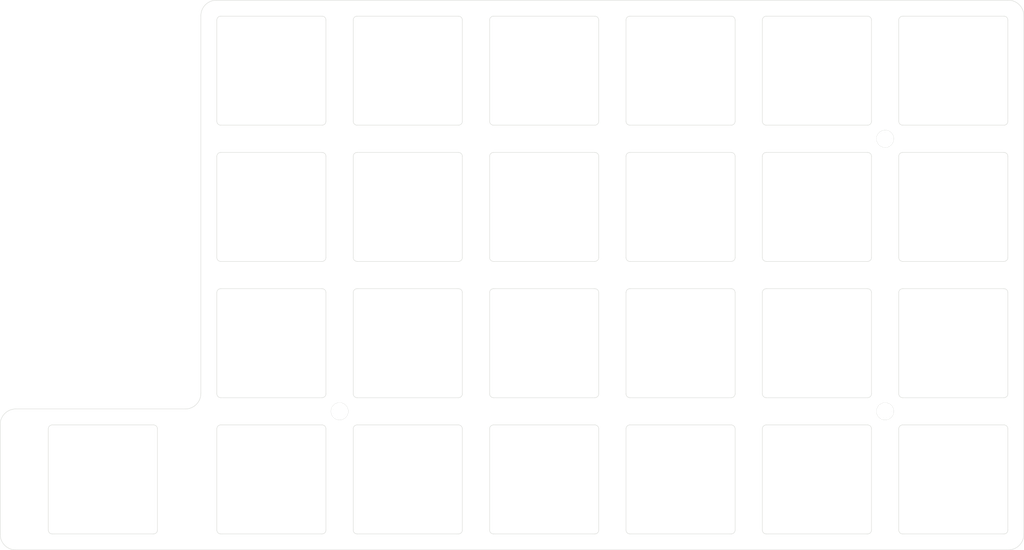
<source format=kicad_pcb>
(kicad_pcb (version 20240108) (generator "pcbnew") (generator_version "8.0")
  (layers (0 "F.Cu" signal) (31 "B.Cu" signal) (34 "B.Paste" user) (35 "F.Paste" user) (36 "B.SilkS" user "B.Silkscreen") (37 "F.SilkS" user "F.Silkscreen") (38 "B.Mask" user) (39 "F.Mask" user) (44 "Edge.Cuts" user))
  (net 0 "")
  (footprint "" (layer "F.Cu") (at 68.55 82.15)
    (property "Reference" "" (at 0 0 0) (layer "F.SilkS") (effects (font (size 1.27 1.27))))
    (property "Value" "")
    (pad "" np_thru_hole circle (at 0 0) (size 2.2 2.2) (drill 2.2) (layers "F&B.Cu" "*.Mask"))
  )
  (footprint "" (layer "F.Cu") (at 138.55 82.15)
    (property "Reference" "" (at 0 0 0) (layer "F.SilkS") (effects (font (size 1.27 1.27))))
    (property "Value" "")
    (pad "" np_thru_hole circle (at 0 0) (size 2.2 2.2) (drill 2.2) (layers "F&B.Cu" "*.Mask"))
  )
  (footprint "" (layer "F.Cu") (at 68.55 47.15)
    (property "Reference" "" (at 0 0 0) (layer "F.SilkS") (effects (font (size 1.27 1.27))))
    (property "Value" "")
    (pad "" np_thru_hole circle (at 0 0) (size 2.2 2.2) (drill 2.2) (layers "F&B.Cu" "*.Mask"))
  )
  (footprint "" (layer "F.Cu") (at 138.55 47.15)
    (property "Reference" "" (at 0 0 0) (layer "F.SilkS") (effects (font (size 1.27 1.27))))
    (property "Value" "")
    (pad "" np_thru_hole circle (at 0 0) (size 2.2 2.2) (drill 2.2) (layers "F&B.Cu" "*.Mask"))
  )
  (gr_line (start 84.3 31.9) (end 84.3 44.9) (stroke (width 0.05)) (layer "Edge.Cuts"))
  (gr_arc (start 52.8 49.4) (mid 52.946447 49.046447) (end 53.3 48.9) (stroke (width 0.05)) (layer "Edge.Cuts"))
  (gr_line (start 154.35 99.95) (end 27 99.95) (stroke (width 0.05)) (layer "Edge.Cuts"))
  (gr_arc (start 27 99.95) (mid 25.585786 99.364214) (end 25 97.95) (stroke (width 0.05)) (layer "Edge.Cuts"))
  (gr_arc (start 122.8 49.4) (mid 122.946447 49.046447) (end 123.3 48.9) (stroke (width 0.05)) (layer "Edge.Cuts"))
  (gr_line (start 119.3 84.4) (end 119.3 97.4) (stroke (width 0.05)) (layer "Edge.Cuts"))
  (gr_line (start 154.3 84.4) (end 154.3 97.4) (stroke (width 0.05)) (layer "Edge.Cuts"))
  (gr_arc (start 136.3 83.9) (mid 136.653553 84.046447) (end 136.8 84.4) (stroke (width 0.05)) (layer "Edge.Cuts"))
  (gr_circle (center 68.55 82.15) (end 69.65 82.15) (stroke (width 0.05)) (fill none) (layer "Edge.Cuts"))
  (gr_line (start 70.3 79.9) (end 70.3 66.9) (stroke (width 0.05)) (layer "Edge.Cuts"))
  (gr_arc (start 87.8 31.9) (mid 87.946447 31.546447) (end 88.3 31.4) (stroke (width 0.05)) (layer "Edge.Cuts"))
  (gr_line (start 105.3 97.4) (end 105.3 84.4) (stroke (width 0.05)) (layer "Edge.Cuts"))
  (gr_line (start 66.3 62.9) (end 53.3 62.9) (stroke (width 0.05)) (layer "Edge.Cuts"))
  (gr_line (start 153.8 97.9) (end 140.8 97.9) (stroke (width 0.05)) (layer "Edge.Cuts"))
  (gr_line (start 101.8 49.4) (end 101.8 62.4) (stroke (width 0.05)) (layer "Edge.Cuts"))
  (gr_arc (start 105.8 45.4) (mid 105.446447 45.253553) (end 105.3 44.9) (stroke (width 0.05)) (layer "Edge.Cuts"))
  (gr_line (start 83.8 45.4) (end 70.8 45.4) (stroke (width 0.05)) (layer "Edge.Cuts"))
  (gr_line (start 140.3 62.4) (end 140.3 49.4) (stroke (width 0.05)) (layer "Edge.Cuts"))
  (gr_line (start 136.8 66.9) (end 136.8 79.9) (stroke (width 0.05)) (layer "Edge.Cuts"))
  (gr_line (start 88.3 83.9) (end 101.3 83.9) (stroke (width 0.05)) (layer "Edge.Cuts"))
  (gr_line (start 136.8 49.4) (end 136.8 62.4) (stroke (width 0.05)) (layer "Edge.Cuts"))
  (gr_arc (start 140.8 45.4) (mid 140.446447 45.253553) (end 140.3 44.9) (stroke (width 0.05)) (layer "Edge.Cuts"))
  (gr_line (start 154.3 49.4) (end 154.3 62.4) (stroke (width 0.05)) (layer "Edge.Cuts"))
  (gr_arc (start 70.3 49.4) (mid 70.446447 49.046447) (end 70.8 48.9) (stroke (width 0.05)) (layer "Edge.Cuts"))
  (gr_line (start 105.8 48.9) (end 118.8 48.9) (stroke (width 0.05)) (layer "Edge.Cuts"))
  (gr_line (start 70.8 83.9) (end 83.8 83.9) (stroke (width 0.05)) (layer "Edge.Cuts"))
  (gr_line (start 66.8 66.9) (end 66.8 79.9) (stroke (width 0.05)) (layer "Edge.Cuts"))
  (gr_line (start 44.675 97.9) (end 31.675 97.9) (stroke (width 0.05)) (layer "Edge.Cuts"))
  (gr_line (start 52.75 29.35) (end 154.35 29.35) (stroke (width 0.05)) (layer "Edge.Cuts"))
  (gr_arc (start 88.3 80.4) (mid 87.946447 80.253553) (end 87.8 79.9) (stroke (width 0.05)) (layer "Edge.Cuts"))
  (gr_line (start 119.3 49.4) (end 119.3 62.4) (stroke (width 0.05)) (layer "Edge.Cuts"))
  (gr_arc (start 136.3 48.9) (mid 136.653553 49.046447) (end 136.8 49.4) (stroke (width 0.05)) (layer "Edge.Cuts"))
  (gr_arc (start 122.8 84.4) (mid 122.946447 84.046447) (end 123.3 83.9) (stroke (width 0.05)) (layer "Edge.Cuts"))
  (gr_line (start 70.8 66.4) (end 83.8 66.4) (stroke (width 0.05)) (layer "Edge.Cuts"))
  (gr_arc (start 70.3 84.4) (mid 70.446447 84.046447) (end 70.8 83.9) (stroke (width 0.05)) (layer "Edge.Cuts"))
  (gr_arc (start 156.35 97.95) (mid 155.764214 99.364214) (end 154.35 99.95) (stroke (width 0.05)) (layer "Edge.Cuts"))
  (gr_arc (start 70.3 66.9) (mid 70.446447 66.546447) (end 70.8 66.4) (stroke (width 0.05)) (layer "Edge.Cuts"))
  (gr_arc (start 140.8 97.9) (mid 140.446447 97.753553) (end 140.3 97.4) (stroke (width 0.05)) (layer "Edge.Cuts"))
  (gr_arc (start 52.8 31.9) (mid 52.946447 31.546447) (end 53.3 31.4) (stroke (width 0.05)) (layer "Edge.Cuts"))
  (gr_arc (start 154.35 29.35) (mid 155.764214 29.935786) (end 156.35 31.35) (stroke (width 0.05)) (layer "Edge.Cuts"))
  (gr_line (start 25 97.95) (end 25 83.85) (stroke (width 0.05)) (layer "Edge.Cuts"))
  (gr_line (start 52.8 62.4) (end 52.8 49.4) (stroke (width 0.05)) (layer "Edge.Cuts"))
  (gr_line (start 53.3 66.4) (end 66.3 66.4) (stroke (width 0.05)) (layer "Edge.Cuts"))
  (gr_arc (start 101.8 44.9) (mid 101.653553 45.253553) (end 101.3 45.4) (stroke (width 0.05)) (layer "Edge.Cuts"))
  (gr_line (start 101.3 97.9) (end 88.3 97.9) (stroke (width 0.05)) (layer "Edge.Cuts"))
  (gr_line (start 122.8 62.4) (end 122.8 49.4) (stroke (width 0.05)) (layer "Edge.Cuts"))
  (gr_arc (start 105.3 49.4) (mid 105.446447 49.046447) (end 105.8 48.9) (stroke (width 0.05)) (layer "Edge.Cuts"))
  (gr_arc (start 105.8 62.9) (mid 105.446447 62.753553) (end 105.3 62.4) (stroke (width 0.05)) (layer "Edge.Cuts"))
  (gr_line (start 105.8 31.4) (end 118.8 31.4) (stroke (width 0.05)) (layer "Edge.Cuts"))
  (gr_arc (start 88.3 97.9) (mid 87.946447 97.753553) (end 87.8 97.4) (stroke (width 0.05)) (layer "Edge.Cuts"))
  (gr_arc (start 118.8 31.4) (mid 119.153553 31.546447) (end 119.3 31.9) (stroke (width 0.05)) (layer "Edge.Cuts"))
  (gr_arc (start 87.8 84.4) (mid 87.946447 84.046447) (end 88.3 83.9) (stroke (width 0.05)) (layer "Edge.Cuts"))
  (gr_arc (start 101.3 83.9) (mid 101.653553 84.046447) (end 101.8 84.4) (stroke (width 0.05)) (layer "Edge.Cuts"))
  (gr_line (start 123.3 66.4) (end 136.3 66.4) (stroke (width 0.05)) (layer "Edge.Cuts"))
  (gr_arc (start 119.3 97.4) (mid 119.153553 97.753553) (end 118.8 97.9) (stroke (width 0.05)) (layer "Edge.Cuts"))
  (gr_arc (start 83.8 66.4) (mid 84.153553 66.546447) (end 84.3 66.9) (stroke (width 0.05)) (layer "Edge.Cuts"))
  (gr_line (start 52.8 97.4) (end 52.8 84.4) (stroke (width 0.05)) (layer "Edge.Cuts"))
  (gr_arc (start 153.8 66.4) (mid 154.153553 66.546447) (end 154.3 66.9) (stroke (width 0.05)) (layer "Edge.Cuts"))
  (gr_line (start 70.3 44.9) (end 70.3 31.9) (stroke (width 0.05)) (layer "Edge.Cuts"))
  (gr_arc (start 87.8 49.4) (mid 87.946447 49.046447) (end 88.3 48.9) (stroke (width 0.05)) (layer "Edge.Cuts"))
  (gr_arc (start 70.3 31.9) (mid 70.446447 31.546447) (end 70.8 31.4) (stroke (width 0.05)) (layer "Edge.Cuts"))
  (gr_line (start 136.3 45.4) (end 123.3 45.4) (stroke (width 0.05)) (layer "Edge.Cuts"))
  (gr_line (start 140.8 66.4) (end 153.8 66.4) (stroke (width 0.05)) (layer "Edge.Cuts"))
  (gr_line (start 84.3 49.4) (end 84.3 62.4) (stroke (width 0.05)) (layer "Edge.Cuts"))
  (gr_line (start 118.8 62.9) (end 105.8 62.9) (stroke (width 0.05)) (layer "Edge.Cuts"))
  (gr_line (start 154.3 31.9) (end 154.3 44.9) (stroke (width 0.05)) (layer "Edge.Cuts"))
  (gr_line (start 140.3 44.9) (end 140.3 31.9) (stroke (width 0.05)) (layer "Edge.Cuts"))
  (gr_arc (start 84.3 79.9) (mid 84.153553 80.253553) (end 83.8 80.4) (stroke (width 0.05)) (layer "Edge.Cuts"))
  (gr_line (start 122.8 44.9) (end 122.8 31.9) (stroke (width 0.05)) (layer "Edge.Cuts"))
  (gr_line (start 119.3 66.9) (end 119.3 79.9) (stroke (width 0.05)) (layer "Edge.Cuts"))
  (gr_line (start 105.3 79.9) (end 105.3 66.9) (stroke (width 0.05)) (layer "Edge.Cuts"))
  (gr_line (start 118.8 97.9) (end 105.8 97.9) (stroke (width 0.05)) (layer "Edge.Cuts"))
  (gr_arc (start 154.3 44.9) (mid 154.153553 45.253553) (end 153.8 45.4) (stroke (width 0.05)) (layer "Edge.Cuts"))
  (gr_arc (start 105.3 66.9) (mid 105.446447 66.546447) (end 105.8 66.4) (stroke (width 0.05)) (layer "Edge.Cuts"))
  (gr_arc (start 66.8 62.4) (mid 66.653553 62.753553) (end 66.3 62.9) (stroke (width 0.05)) (layer "Edge.Cuts"))
  (gr_arc (start 118.8 48.9) (mid 119.153553 49.046447) (end 119.3 49.4) (stroke (width 0.05)) (layer "Edge.Cuts"))
  (gr_arc (start 140.8 62.9) (mid 140.446447 62.753553) (end 140.3 62.4) (stroke (width 0.05)) (layer "Edge.Cuts"))
  (gr_line (start 154.3 66.9) (end 154.3 79.9) (stroke (width 0.05)) (layer "Edge.Cuts"))
  (gr_line (start 50.75 79.85) (end 50.75 31.35) (stroke (width 0.05)) (layer "Edge.Cuts"))
  (gr_arc (start 84.3 62.4) (mid 84.153553 62.753553) (end 83.8 62.9) (stroke (width 0.05)) (layer "Edge.Cuts"))
  (gr_arc (start 140.3 31.9) (mid 140.446447 31.546447) (end 140.8 31.4) (stroke (width 0.05)) (layer "Edge.Cuts"))
  (gr_arc (start 52.8 66.9) (mid 52.946447 66.546447) (end 53.3 66.4) (stroke (width 0.05)) (layer "Edge.Cuts"))
  (gr_line (start 105.3 62.4) (end 105.3 49.4) (stroke (width 0.05)) (layer "Edge.Cuts"))
  (gr_arc (start 84.3 97.4) (mid 84.153553 97.753553) (end 83.8 97.9) (stroke (width 0.05)) (layer "Edge.Cuts"))
  (gr_arc (start 105.8 97.9) (mid 105.446447 97.753553) (end 105.3 97.4) (stroke (width 0.05)) (layer "Edge.Cuts"))
  (gr_arc (start 105.3 31.9) (mid 105.446447 31.546447) (end 105.8 31.4) (stroke (width 0.05)) (layer "Edge.Cuts"))
  (gr_line (start 31.675 83.9) (end 44.675 83.9) (stroke (width 0.05)) (layer "Edge.Cuts"))
  (gr_line (start 66.3 45.4) (end 53.3 45.4) (stroke (width 0.05)) (layer "Edge.Cuts"))
  (gr_circle (center 138.55 47.15) (end 139.65 47.15) (stroke (width 0.05)) (fill none) (layer "Edge.Cuts"))
  (gr_arc (start 101.8 97.4) (mid 101.653553 97.753553) (end 101.3 97.9) (stroke (width 0.05)) (layer "Edge.Cuts"))
  (gr_line (start 136.8 84.4) (end 136.8 97.4) (stroke (width 0.05)) (layer "Edge.Cuts"))
  (gr_line (start 87.8 44.9) (end 87.8 31.9) (stroke (width 0.05)) (layer "Edge.Cuts"))
  (gr_line (start 88.3 48.9) (end 101.3 48.9) (stroke (width 0.05)) (layer "Edge.Cuts"))
  (gr_arc (start 123.3 80.4) (mid 122.946447 80.253553) (end 122.8 79.9) (stroke (width 0.05)) (layer "Edge.Cuts"))
  (gr_arc (start 88.3 62.9) (mid 87.946447 62.753553) (end 87.8 62.4) (stroke (width 0.05)) (layer "Edge.Cuts"))
  (gr_arc (start 87.8 66.9) (mid 87.946447 66.546447) (end 88.3 66.4) (stroke (width 0.05)) (layer "Edge.Cuts"))
  (gr_line (start 140.8 31.4) (end 153.8 31.4) (stroke (width 0.05)) (layer "Edge.Cuts"))
  (gr_line (start 45.175 84.4) (end 45.175 97.4) (stroke (width 0.05)) (layer "Edge.Cuts"))
  (gr_line (start 153.8 45.4) (end 140.8 45.4) (stroke (width 0.05)) (layer "Edge.Cuts"))
  (gr_arc (start 118.8 66.4) (mid 119.153553 66.546447) (end 119.3 66.9) (stroke (width 0.05)) (layer "Edge.Cuts"))
  (gr_line (start 136.3 97.9) (end 123.3 97.9) (stroke (width 0.05)) (layer "Edge.Cuts"))
  (gr_line (start 122.8 79.9) (end 122.8 66.9) (stroke (width 0.05)) (layer "Edge.Cuts"))
  (gr_line (start 136.3 62.9) (end 123.3 62.9) (stroke (width 0.05)) (layer "Edge.Cuts"))
  (gr_arc (start 83.8 83.9) (mid 84.153553 84.046447) (end 84.3 84.4) (stroke (width 0.05)) (layer "Edge.Cuts"))
  (gr_line (start 153.8 80.4) (end 140.8 80.4) (stroke (width 0.05)) (layer "Edge.Cuts"))
  (gr_line (start 66.3 97.9) (end 53.3 97.9) (stroke (width 0.05)) (layer "Edge.Cuts"))
  (gr_line (start 122.8 97.4) (end 122.8 84.4) (stroke (width 0.05)) (layer "Edge.Cuts"))
  (gr_arc (start 83.8 31.4) (mid 84.153553 31.546447) (end 84.3 31.9) (stroke (width 0.05)) (layer "Edge.Cuts"))
  (gr_arc (start 53.3 62.9) (mid 52.946447 62.753553) (end 52.8 62.4) (stroke (width 0.05)) (layer "Edge.Cuts"))
  (gr_arc (start 136.8 62.4) (mid 136.653553 62.753553) (end 136.3 62.9) (stroke (width 0.05)) (layer "Edge.Cuts"))
  (gr_arc (start 154.3 97.4) (mid 154.153553 97.753553) (end 153.8 97.9) (stroke (width 0.05)) (layer "Edge.Cuts"))
  (gr_arc (start 140.3 49.4) (mid 140.446447 49.046447) (end 140.8 48.9) (stroke (width 0.05)) (layer "Edge.Cuts"))
  (gr_arc (start 140.3 66.9) (mid 140.446447 66.546447) (end 140.8 66.4) (stroke (width 0.05)) (layer "Edge.Cuts"))
  (gr_arc (start 70.8 45.4) (mid 70.446447 45.253553) (end 70.3 44.9) (stroke (width 0.05)) (layer "Edge.Cuts"))
  (gr_line (start 105.3 44.9) (end 105.3 31.9) (stroke (width 0.05)) (layer "Edge.Cuts"))
  (gr_arc (start 140.3 84.4) (mid 140.446447 84.046447) (end 140.8 83.9) (stroke (width 0.05)) (layer "Edge.Cuts"))
  (gr_arc (start 123.3 45.4) (mid 122.946447 45.253553) (end 122.8 44.9) (stroke (width 0.05)) (layer "Edge.Cuts"))
  (gr_arc (start 45.175 97.4) (mid 45.028553 97.753553) (end 44.675 97.9) (stroke (width 0.05)) (layer "Edge.Cuts"))
  (gr_line (start 52.8 79.9) (end 52.8 66.9) (stroke (width 0.05)) (layer "Edge.Cuts"))
  (gr_arc (start 52.8 84.4) (mid 52.946447 84.046447) (end 53.3 83.9) (stroke (width 0.05)) (layer "Edge.Cuts"))
  (gr_line (start 123.3 48.9) (end 136.3 48.9) (stroke (width 0.05)) (layer "Edge.Cuts"))
  (gr_arc (start 153.8 31.4) (mid 154.153553 31.546447) (end 154.3 31.9) (stroke (width 0.05)) (layer "Edge.Cuts"))
  (gr_arc (start 136.3 66.4) (mid 136.653553 66.546447) (end 136.8 66.9) (stroke (width 0.05)) (layer "Edge.Cuts"))
  (gr_arc (start 136.8 44.9) (mid 136.653553 45.253553) (end 136.3 45.4) (stroke (width 0.05)) (layer "Edge.Cuts"))
  (gr_arc (start 50.75 79.85) (mid 50.164214 81.264214) (end 48.75 81.85) (stroke (width 0.05)) (layer "Edge.Cuts"))
  (gr_line (start 101.8 31.9) (end 101.8 44.9) (stroke (width 0.05)) (layer "Edge.Cuts"))
  (gr_line (start 101.3 80.4) (end 88.3 80.4) (stroke (width 0.05)) (layer "Edge.Cuts"))
  (gr_arc (start 66.3 66.4) (mid 66.653553 66.546447) (end 66.8 66.9) (stroke (width 0.05)) (layer "Edge.Cuts"))
  (gr_arc (start 136.8 79.9) (mid 136.653553 80.253553) (end 136.3 80.4) (stroke (width 0.05)) (layer "Edge.Cuts"))
  (gr_line (start 66.8 84.4) (end 66.8 97.4) (stroke (width 0.05)) (layer "Edge.Cuts"))
  (gr_arc (start 66.3 48.9) (mid 66.653553 49.046447) (end 66.8 49.4) (stroke (width 0.05)) (layer "Edge.Cuts"))
  (gr_arc (start 70.8 62.9) (mid 70.446447 62.753553) (end 70.3 62.4) (stroke (width 0.05)) (layer "Edge.Cuts"))
  (gr_line (start 153.8 62.9) (end 140.8 62.9) (stroke (width 0.05)) (layer "Edge.Cuts"))
  (gr_arc (start 119.3 44.9) (mid 119.153553 45.253553) (end 118.8 45.4) (stroke (width 0.05)) (layer "Edge.Cuts"))
  (gr_arc (start 31.175 84.4) (mid 31.321447 84.046447) (end 31.675 83.9) (stroke (width 0.05)) (layer "Edge.Cuts"))
  (gr_arc (start 105.8 80.4) (mid 105.446447 80.253553) (end 105.3 79.9) (stroke (width 0.05)) (layer "Edge.Cuts"))
  (gr_line (start 70.8 48.9) (end 83.8 48.9) (stroke (width 0.05)) (layer "Edge.Cuts"))
  (gr_line (start 83.8 97.9) (end 70.8 97.9) (stroke (width 0.05)) (layer "Edge.Cuts"))
  (gr_arc (start 101.3 48.9) (mid 101.653553 49.046447) (end 101.8 49.4) (stroke (width 0.05)) (layer "Edge.Cuts"))
  (gr_line (start 84.3 66.9) (end 84.3 79.9) (stroke (width 0.05)) (layer "Edge.Cuts"))
  (gr_line (start 66.3 80.4) (end 53.3 80.4) (stroke (width 0.05)) (layer "Edge.Cuts"))
  (gr_arc (start 53.3 97.9) (mid 52.946447 97.753553) (end 52.8 97.4) (stroke (width 0.05)) (layer "Edge.Cuts"))
  (gr_line (start 87.8 97.4) (end 87.8 84.4) (stroke (width 0.05)) (layer "Edge.Cuts"))
  (gr_arc (start 122.8 31.9) (mid 122.946447 31.546447) (end 123.3 31.4) (stroke (width 0.05)) (layer "Edge.Cuts"))
  (gr_line (start 136.3 80.4) (end 123.3 80.4) (stroke (width 0.05)) (layer "Edge.Cuts"))
  (gr_arc (start 31.675 97.9) (mid 31.321447 97.753553) (end 31.175 97.4) (stroke (width 0.05)) (layer "Edge.Cuts"))
  (gr_line (start 140.3 79.9) (end 140.3 66.9) (stroke (width 0.05)) (layer "Edge.Cuts"))
  (gr_arc (start 136.8 97.4) (mid 136.653553 97.753553) (end 136.3 97.9) (stroke (width 0.05)) (layer "Edge.Cuts"))
  (gr_arc (start 50.75 31.35) (mid 51.335786 29.935786) (end 52.75 29.35) (stroke (width 0.05)) (layer "Edge.Cuts"))
  (gr_arc (start 119.3 62.4) (mid 119.153553 62.753553) (end 118.8 62.9) (stroke (width 0.05)) (layer "Edge.Cuts"))
  (gr_arc (start 25 83.85) (mid 25.585786 82.435786) (end 27 81.85) (stroke (width 0.05)) (layer "Edge.Cuts"))
  (gr_line (start 105.8 83.9) (end 118.8 83.9) (stroke (width 0.05)) (layer "Edge.Cuts"))
  (gr_arc (start 66.8 79.9) (mid 66.653553 80.253553) (end 66.3 80.4) (stroke (width 0.05)) (layer "Edge.Cuts"))
  (gr_line (start 140.8 83.9) (end 153.8 83.9) (stroke (width 0.05)) (layer "Edge.Cuts"))
  (gr_line (start 101.8 84.4) (end 101.8 97.4) (stroke (width 0.05)) (layer "Edge.Cuts"))
  (gr_line (start 27 81.85) (end 48.75 81.85) (stroke (width 0.05)) (layer "Edge.Cuts"))
  (gr_line (start 53.3 83.9) (end 66.3 83.9) (stroke (width 0.05)) (layer "Edge.Cuts"))
  (gr_arc (start 70.8 80.4) (mid 70.446447 80.253553) (end 70.3 79.9) (stroke (width 0.05)) (layer "Edge.Cuts"))
  (gr_line (start 87.8 79.9) (end 87.8 66.9) (stroke (width 0.05)) (layer "Edge.Cuts"))
  (gr_circle (center 138.55 82.15) (end 139.65 82.15) (stroke (width 0.05)) (fill none) (layer "Edge.Cuts"))
  (gr_arc (start 154.3 79.9) (mid 154.153553 80.253553) (end 153.8 80.4) (stroke (width 0.05)) (layer "Edge.Cuts"))
  (gr_arc (start 119.3 79.9) (mid 119.153553 80.253553) (end 118.8 80.4) (stroke (width 0.05)) (layer "Edge.Cuts"))
  (gr_line (start 53.3 48.9) (end 66.3 48.9) (stroke (width 0.05)) (layer "Edge.Cuts"))
  (gr_arc (start 66.8 44.9) (mid 66.653553 45.253553) (end 66.3 45.4) (stroke (width 0.05)) (layer "Edge.Cuts"))
  (gr_line (start 105.8 66.4) (end 118.8 66.4) (stroke (width 0.05)) (layer "Edge.Cuts"))
  (gr_line (start 31.175 97.4) (end 31.175 84.4) (stroke (width 0.05)) (layer "Edge.Cuts"))
  (gr_line (start 156.35 31.35) (end 156.35 97.95) (stroke (width 0.05)) (layer "Edge.Cuts"))
  (gr_line (start 87.8 62.4) (end 87.8 49.4) (stroke (width 0.05)) (layer "Edge.Cuts"))
  (gr_arc (start 154.3 62.4) (mid 154.153553 62.753553) (end 153.8 62.9) (stroke (width 0.05)) (layer "Edge.Cuts"))
  (gr_arc (start 123.3 97.9) (mid 122.946447 97.753553) (end 122.8 97.4) (stroke (width 0.05)) (layer "Edge.Cuts"))
  (gr_line (start 88.3 31.4) (end 101.3 31.4) (stroke (width 0.05)) (layer "Edge.Cuts"))
  (gr_arc (start 44.675 83.9) (mid 45.028553 84.046447) (end 45.175 84.4) (stroke (width 0.05)) (layer "Edge.Cuts"))
  (gr_line (start 123.3 83.9) (end 136.3 83.9) (stroke (width 0.05)) (layer "Edge.Cuts"))
  (gr_line (start 118.8 80.4) (end 105.8 80.4) (stroke (width 0.05)) (layer "Edge.Cuts"))
  (gr_line (start 84.3 84.4) (end 84.3 97.4) (stroke (width 0.05)) (layer "Edge.Cuts"))
  (gr_arc (start 66.8 97.4) (mid 66.653553 97.753553) (end 66.3 97.9) (stroke (width 0.05)) (layer "Edge.Cuts"))
  (gr_arc (start 53.3 45.4) (mid 52.946447 45.253553) (end 52.8 44.9) (stroke (width 0.05)) (layer "Edge.Cuts"))
  (gr_line (start 83.8 80.4) (end 70.8 80.4) (stroke (width 0.05)) (layer "Edge.Cuts"))
  (gr_line (start 88.3 66.4) (end 101.3 66.4) (stroke (width 0.05)) (layer "Edge.Cuts"))
  (gr_arc (start 101.8 62.4) (mid 101.653553 62.753553) (end 101.3 62.9) (stroke (width 0.05)) (layer "Edge.Cuts"))
  (gr_line (start 83.8 62.9) (end 70.8 62.9) (stroke (width 0.05)) (layer "Edge.Cuts"))
  (gr_arc (start 118.8 83.9) (mid 119.153553 84.046447) (end 119.3 84.4) (stroke (width 0.05)) (layer "Edge.Cuts"))
  (gr_arc (start 105.3 84.4) (mid 105.446447 84.046447) (end 105.8 83.9) (stroke (width 0.05)) (layer "Edge.Cuts"))
  (gr_line (start 66.8 49.4) (end 66.8 62.4) (stroke (width 0.05)) (layer "Edge.Cuts"))
  (gr_arc (start 53.3 80.4) (mid 52.946447 80.253553) (end 52.8 79.9) (stroke (width 0.05)) (layer "Edge.Cuts"))
  (gr_arc (start 66.3 31.4) (mid 66.653553 31.546447) (end 66.8 31.9) (stroke (width 0.05)) (layer "Edge.Cuts"))
  (gr_arc (start 70.8 97.9) (mid 70.446447 97.753553) (end 70.3 97.4) (stroke (width 0.05)) (layer "Edge.Cuts"))
  (gr_line (start 70.3 97.4) (end 70.3 84.4) (stroke (width 0.05)) (layer "Edge.Cuts"))
  (gr_line (start 53.3 31.4) (end 66.3 31.4) (stroke (width 0.05)) (layer "Edge.Cuts"))
  (gr_arc (start 153.8 83.9) (mid 154.153553 84.046447) (end 154.3 84.4) (stroke (width 0.05)) (layer "Edge.Cuts"))
  (gr_line (start 118.8 45.4) (end 105.8 45.4) (stroke (width 0.05)) (layer "Edge.Cuts"))
  (gr_line (start 140.3 97.4) (end 140.3 84.4) (stroke (width 0.05)) (layer "Edge.Cuts"))
  (gr_arc (start 88.3 45.4) (mid 87.946447 45.253553) (end 87.8 44.9) (stroke (width 0.05)) (layer "Edge.Cuts"))
  (gr_line (start 123.3 31.4) (end 136.3 31.4) (stroke (width 0.05)) (layer "Edge.Cuts"))
  (gr_line (start 52.8 44.9) (end 52.8 31.9) (stroke (width 0.05)) (layer "Edge.Cuts"))
  (gr_arc (start 153.8 48.9) (mid 154.153553 49.046447) (end 154.3 49.4) (stroke (width 0.05)) (layer "Edge.Cuts"))
  (gr_arc (start 66.3 83.9) (mid 66.653553 84.046447) (end 66.8 84.4) (stroke (width 0.05)) (layer "Edge.Cuts"))
  (gr_line (start 66.8 31.9) (end 66.8 44.9) (stroke (width 0.05)) (layer "Edge.Cuts"))
  (gr_line (start 70.3 62.4) (end 70.3 49.4) (stroke (width 0.05)) (layer "Edge.Cuts"))
  (gr_line (start 70.8 31.4) (end 83.8 31.4) (stroke (width 0.05)) (layer "Edge.Cuts"))
  (gr_arc (start 84.3 44.9) (mid 84.153553 45.253553) (end 83.8 45.4) (stroke (width 0.05)) (layer "Edge.Cuts"))
  (gr_line (start 140.8 48.9) (end 153.8 48.9) (stroke (width 0.05)) (layer "Edge.Cuts"))
  (gr_arc (start 136.3 31.4) (mid 136.653553 31.546447) (end 136.8 31.9) (stroke (width 0.05)) (layer "Edge.Cuts"))
  (gr_arc (start 140.8 80.4) (mid 140.446447 80.253553) (end 140.3 79.9) (stroke (width 0.05)) (layer "Edge.Cuts"))
  (gr_line (start 136.8 31.9) (end 136.8 44.9) (stroke (width 0.05)) (layer "Edge.Cuts"))
  (gr_arc (start 101.3 31.4) (mid 101.653553 31.546447) (end 101.8 31.9) (stroke (width 0.05)) (layer "Edge.Cuts"))
  (gr_line (start 119.3 31.9) (end 119.3 44.9) (stroke (width 0.05)) (layer "Edge.Cuts"))
  (gr_line (start 101.3 45.4) (end 88.3 45.4) (stroke (width 0.05)) (layer "Edge.Cuts"))
  (gr_arc (start 123.3 62.9) (mid 122.946447 62.753553) (end 122.8 62.4) (stroke (width 0.05)) (layer "Edge.Cuts"))
  (gr_arc (start 83.8 48.9) (mid 84.153553 49.046447) (end 84.3 49.4) (stroke (width 0.05)) (layer "Edge.Cuts"))
  (gr_arc (start 122.8 66.9) (mid 122.946447 66.546447) (end 123.3 66.4) (stroke (width 0.05)) (layer "Edge.Cuts"))
  (gr_line (start 101.3 62.9) (end 88.3 62.9) (stroke (width 0.05)) (layer "Edge.Cuts"))
  (gr_line (start 101.8 66.9) (end 101.8 79.9) (stroke (width 0.05)) (layer "Edge.Cuts"))
  (gr_arc (start 101.3 66.4) (mid 101.653553 66.546447) (end 101.8 66.9) (stroke (width 0.05)) (layer "Edge.Cuts"))
  (gr_arc (start 101.8 79.9) (mid 101.653553 80.253553) (end 101.3 80.4) (stroke (width 0.05)) (layer "Edge.Cuts"))
)
</source>
